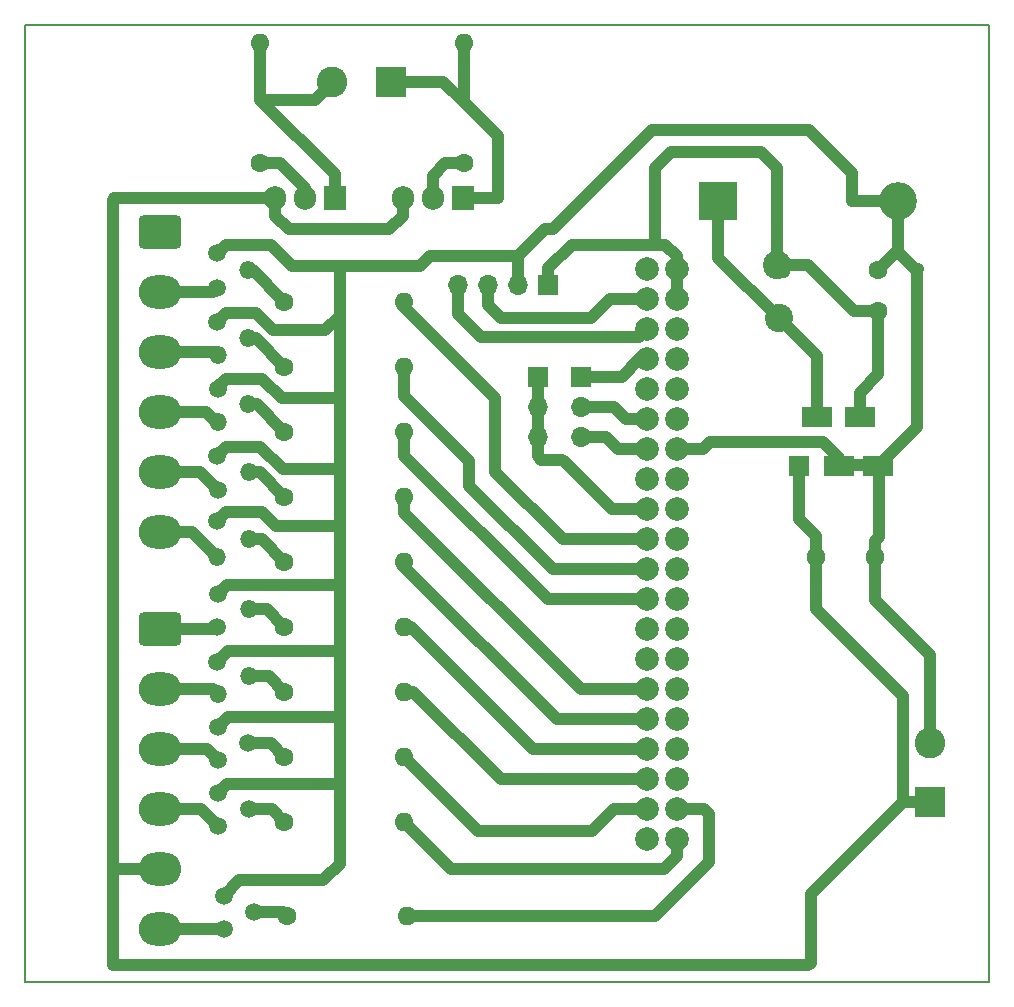
<source format=gbr>
%TF.GenerationSoftware,KiCad,Pcbnew,6.0.11-2627ca5db0~126~ubuntu20.04.1*%
%TF.CreationDate,2023-07-28T15:03:06-03:00*%
%TF.ProjectId,PEF2,50454632-2e6b-4696-9361-645f70636258,rev?*%
%TF.SameCoordinates,Original*%
%TF.FileFunction,Copper,L2,Bot*%
%TF.FilePolarity,Positive*%
%FSLAX46Y46*%
G04 Gerber Fmt 4.6, Leading zero omitted, Abs format (unit mm)*
G04 Created by KiCad (PCBNEW 6.0.11-2627ca5db0~126~ubuntu20.04.1) date 2023-07-28 15:03:06*
%MOMM*%
%LPD*%
G01*
G04 APERTURE LIST*
G04 Aperture macros list*
%AMRoundRect*
0 Rectangle with rounded corners*
0 $1 Rounding radius*
0 $2 $3 $4 $5 $6 $7 $8 $9 X,Y pos of 4 corners*
0 Add a 4 corners polygon primitive as box body*
4,1,4,$2,$3,$4,$5,$6,$7,$8,$9,$2,$3,0*
0 Add four circle primitives for the rounded corners*
1,1,$1+$1,$2,$3*
1,1,$1+$1,$4,$5*
1,1,$1+$1,$6,$7*
1,1,$1+$1,$8,$9*
0 Add four rect primitives between the rounded corners*
20,1,$1+$1,$2,$3,$4,$5,0*
20,1,$1+$1,$4,$5,$6,$7,0*
20,1,$1+$1,$6,$7,$8,$9,0*
20,1,$1+$1,$8,$9,$2,$3,0*%
G04 Aperture macros list end*
%TA.AperFunction,Profile*%
%ADD10C,0.200000*%
%TD*%
%TA.AperFunction,ComponentPad*%
%ADD11C,1.500000*%
%TD*%
%TA.AperFunction,ComponentPad*%
%ADD12O,1.500000X1.500000*%
%TD*%
%TA.AperFunction,ComponentPad*%
%ADD13R,1.700000X1.700000*%
%TD*%
%TA.AperFunction,ComponentPad*%
%ADD14O,1.700000X1.700000*%
%TD*%
%TA.AperFunction,ComponentPad*%
%ADD15C,1.600000*%
%TD*%
%TA.AperFunction,ComponentPad*%
%ADD16O,1.600000X1.600000*%
%TD*%
%TA.AperFunction,ComponentPad*%
%ADD17R,3.200000X3.200000*%
%TD*%
%TA.AperFunction,ComponentPad*%
%ADD18O,3.200000X3.200000*%
%TD*%
%TA.AperFunction,ComponentPad*%
%ADD19RoundRect,0.336538X-1.463462X1.063462X-1.463462X-1.063462X1.463462X-1.063462X1.463462X1.063462X0*%
%TD*%
%TA.AperFunction,ComponentPad*%
%ADD20O,3.600000X2.800000*%
%TD*%
%TA.AperFunction,ComponentPad*%
%ADD21C,2.400000*%
%TD*%
%TA.AperFunction,ComponentPad*%
%ADD22C,2.000000*%
%TD*%
%TA.AperFunction,ComponentPad*%
%ADD23R,2.600000X2.600000*%
%TD*%
%TA.AperFunction,ComponentPad*%
%ADD24C,2.600000*%
%TD*%
%TA.AperFunction,ComponentPad*%
%ADD25R,1.800000X1.800000*%
%TD*%
%TA.AperFunction,ComponentPad*%
%ADD26R,2.500000X1.800000*%
%TD*%
%TA.AperFunction,ComponentPad*%
%ADD27R,1.905000X2.000000*%
%TD*%
%TA.AperFunction,ComponentPad*%
%ADD28O,1.905000X2.000000*%
%TD*%
%TA.AperFunction,Conductor*%
%ADD29C,1.000000*%
%TD*%
G04 APERTURE END LIST*
D10*
X12400000Y-12400000D02*
X94000000Y-12400000D01*
X94000000Y-12400000D02*
X94000000Y-93400000D01*
X94000000Y-93400000D02*
X12400000Y-93400000D01*
X12400000Y-93400000D02*
X12400000Y-12400000D01*
D11*
%TO.P,Q3,1,E*%
%TO.N,GND*%
X28640000Y-48840000D03*
D12*
%TO.P,Q3,2,B*%
%TO.N,Net-(Q3-Pad2)*%
X31340000Y-50240000D03*
D11*
%TO.P,Q3,3,C*%
%TO.N,530*%
X28740000Y-51740000D03*
%TD*%
D13*
%TO.P,J3,1,Pin_1*%
%TO.N,3.3 V*%
X55795000Y-42200000D03*
D14*
%TO.P,J3,2,Pin_2*%
X55795000Y-44740000D03*
%TO.P,J3,3,Pin_3*%
X55795000Y-47280000D03*
%TD*%
D15*
%TO.P,R5,1*%
%TO.N,Net-(Q4-Pad2)*%
X34320000Y-74326250D03*
D16*
%TO.P,R5,2*%
%TO.N,37*%
X44480000Y-74326250D03*
%TD*%
D17*
%TO.P,D1,1,K*%
%TO.N,Net-(D1-Pad1)*%
X71040000Y-27270000D03*
D18*
%TO.P,D1,2,A*%
%TO.N,GND*%
X86280000Y-27270000D03*
%TD*%
D15*
%TO.P,R10,1*%
%TO.N,Net-(Q9-Pad2)*%
X34320000Y-63318750D03*
D16*
%TO.P,R10,2*%
%TO.N,33*%
X44480000Y-63318750D03*
%TD*%
D15*
%TO.P,C2,1*%
%TO.N,5 V*%
X84600000Y-36590000D03*
%TO.P,C2,2*%
%TO.N,GND*%
X84600000Y-33090000D03*
%TD*%
D19*
%TO.P,J2,1,Pin_1*%
%TO.N,530*%
X23777500Y-63500000D03*
D20*
%TO.P,J2,2,Pin_2*%
%TO.N,600*%
X23777500Y-68580000D03*
%TO.P,J2,3,Pin_3*%
%TO.N,660*%
X23777500Y-73660000D03*
%TO.P,J2,4,Pin_4*%
%TO.N,WA*%
X23777500Y-78740000D03*
%TO.P,J2,5,Pin_5*%
%TO.N,12V*%
X23777500Y-83820000D03*
%TO.P,J2,6,Pin_6*%
%TO.N,PUMP*%
X23777500Y-88900000D03*
%TD*%
D15*
%TO.P,R2,1*%
%TO.N,Net-(Q1-Pad2)*%
X34320000Y-68822500D03*
D16*
%TO.P,R2,2*%
%TO.N,35*%
X44480000Y-68822500D03*
%TD*%
D21*
%TO.P,L1,1,1*%
%TO.N,Net-(D1-Pad1)*%
X76170000Y-37210000D03*
%TO.P,L1,2,2*%
%TO.N,5 V*%
X76070000Y-32710000D03*
%TD*%
D15*
%TO.P,R3,1*%
%TO.N,Net-(Q2-Pad2)*%
X34320000Y-79830000D03*
D16*
%TO.P,R3,2*%
%TO.N,40*%
X44480000Y-79830000D03*
%TD*%
D11*
%TO.P,Q5,1,E*%
%TO.N,GND*%
X29200000Y-86120000D03*
%TO.P,Q5,2,B*%
%TO.N,Net-(Q5-Pad2)*%
X31800000Y-87520000D03*
%TO.P,Q5,3,C*%
%TO.N,PUMP*%
X29200000Y-88920000D03*
%TD*%
D22*
%TO.P,J7,1,Pin_1*%
%TO.N,3.3 V*%
X65000000Y-33075000D03*
%TO.P,J7,2,Pin_2*%
%TO.N,5 V*%
X67540000Y-33075000D03*
%TO.P,J7,3,Pin_3*%
%TO.N,SDA*%
X65000000Y-35615000D03*
%TO.P,J7,4,Pin_4*%
%TO.N,5 V*%
X67540000Y-35615000D03*
%TO.P,J7,5,Pin_5*%
%TO.N,SCL*%
X65000000Y-38155000D03*
%TO.P,J7,6,Pin_6*%
%TO.N,GND*%
X67540000Y-38155000D03*
%TO.P,J7,7,Pin_7*%
%TO.N,Accept B*%
X65000000Y-40695000D03*
%TO.P,J7,8,Pin_8*%
%TO.N,unconnected-(J7-Pad8)*%
X67540000Y-40695000D03*
%TO.P,J7,9,Pin_9*%
%TO.N,GND*%
X65000000Y-43235000D03*
%TO.P,J7,10,Pin_10*%
%TO.N,unconnected-(J7-Pad10)*%
X67540000Y-43235000D03*
%TO.P,J7,11,Pin_11*%
%TO.N,Change B*%
X65000000Y-45775000D03*
%TO.P,J7,12,Pin_12*%
%TO.N,unconnected-(J7-Pad12)*%
X67540000Y-45775000D03*
%TO.P,J7,13,Pin_13*%
%TO.N,Cancel B*%
X65000000Y-48315000D03*
%TO.P,J7,14,Pin_14*%
%TO.N,GND*%
X67540000Y-48315000D03*
%TO.P,J7,15,Pin_15*%
%TO.N,unconnected-(J7-Pad15)*%
X65000000Y-50855000D03*
%TO.P,J7,16,Pin_16*%
%TO.N,unconnected-(J7-Pad16)*%
X67540000Y-50855000D03*
%TO.P,J7,17,Pin_17*%
%TO.N,3.3 V*%
X65000000Y-53395000D03*
%TO.P,J7,18,Pin_18*%
%TO.N,unconnected-(J7-Pad18)*%
X67540000Y-53395000D03*
%TO.P,J7,19,Pin_19*%
%TO.N,19*%
X65000000Y-55935000D03*
%TO.P,J7,20,Pin_20*%
%TO.N,unconnected-(J7-Pad20)*%
X67540000Y-55935000D03*
%TO.P,J7,21,Pin_21*%
%TO.N,21*%
X65000000Y-58475000D03*
%TO.P,J7,22,Pin_22*%
%TO.N,unconnected-(J7-Pad22)*%
X67540000Y-58475000D03*
%TO.P,J7,23,Pin_23*%
%TO.N,23*%
X65000000Y-61015000D03*
%TO.P,J7,24,Pin_24*%
%TO.N,unconnected-(J7-Pad24)*%
X67540000Y-61015000D03*
%TO.P,J7,25,Pin_25*%
%TO.N,GND*%
X65000000Y-63555000D03*
%TO.P,J7,26,Pin_26*%
%TO.N,unconnected-(J7-Pad26)*%
X67540000Y-63555000D03*
%TO.P,J7,27,Pin_27*%
%TO.N,unconnected-(J7-Pad27)*%
X65000000Y-66095000D03*
%TO.P,J7,28,Pin_28*%
%TO.N,unconnected-(J7-Pad28)*%
X67540000Y-66095000D03*
%TO.P,J7,29,Pin_29*%
%TO.N,29*%
X65000000Y-68635000D03*
%TO.P,J7,30,Pin_30*%
%TO.N,GND*%
X67540000Y-68635000D03*
%TO.P,J7,31,Pin_31*%
%TO.N,31*%
X65000000Y-71175000D03*
%TO.P,J7,32,Pin_32*%
%TO.N,unconnected-(J7-Pad32)*%
X67540000Y-71175000D03*
%TO.P,J7,33,Pin_33*%
%TO.N,33*%
X65000000Y-73715000D03*
%TO.P,J7,34,Pin_34*%
%TO.N,GND*%
X67540000Y-73715000D03*
%TO.P,J7,35,Pin_35*%
%TO.N,35*%
X65000000Y-76255000D03*
%TO.P,J7,36,Pin_36*%
%TO.N,unconnected-(J7-Pad36)*%
X67540000Y-76255000D03*
%TO.P,J7,37,Pin_37*%
%TO.N,37*%
X65000000Y-78795000D03*
%TO.P,J7,38,Pin_38*%
%TO.N,38*%
X67540000Y-78795000D03*
%TO.P,J7,39,Pin_39*%
%TO.N,GND*%
X65000000Y-81335000D03*
%TO.P,J7,40,Pin_40*%
%TO.N,40*%
X67540000Y-81335000D03*
%TD*%
D15*
%TO.P,R9,1*%
%TO.N,Net-(Q8-Pad2)*%
X34320000Y-41303750D03*
D16*
%TO.P,R9,2*%
%TO.N,21*%
X44480000Y-41303750D03*
%TD*%
D15*
%TO.P,R7,1*%
%TO.N,Net-(Q6-Pad2)*%
X34320000Y-35800000D03*
D16*
%TO.P,R7,2*%
%TO.N,19*%
X44480000Y-35800000D03*
%TD*%
D23*
%TO.P,J6,1,Pin_1*%
%TO.N,12V*%
X89000000Y-78200000D03*
D24*
%TO.P,J6,2,Pin_2*%
%TO.N,GND*%
X89000000Y-73200000D03*
%TD*%
D11*
%TO.P,Q4,1,E*%
%TO.N,GND*%
X28740000Y-71830000D03*
%TO.P,Q4,2,B*%
%TO.N,Net-(Q4-Pad2)*%
X31240000Y-73200000D03*
%TO.P,Q4,3,C*%
%TO.N,WA*%
X28740000Y-74630000D03*
%TD*%
D25*
%TO.P,U2,1,VIN*%
%TO.N,12V*%
X77880000Y-49700000D03*
D26*
%TO.P,U2,2,OUT*%
%TO.N,Net-(D1-Pad1)*%
X79405000Y-45575000D03*
%TO.P,U2,3,GND*%
%TO.N,GND*%
X81280000Y-49700000D03*
%TO.P,U2,4,FB*%
%TO.N,5 V*%
X83030000Y-45575000D03*
%TO.P,U2,5,~{ON}/OFF*%
%TO.N,GND*%
X84630000Y-49700000D03*
%TD*%
D11*
%TO.P,Q2,1,E*%
%TO.N,GND*%
X28740000Y-77430000D03*
%TO.P,Q2,2,B*%
%TO.N,Net-(Q2-Pad2)*%
X31340000Y-78800000D03*
%TO.P,Q2,3,C*%
%TO.N,365*%
X28740000Y-80230000D03*
%TD*%
D19*
%TO.P,J1,1,Pin_1*%
%TO.N,unconnected-(J1-Pad1)*%
X23777500Y-29900000D03*
D20*
%TO.P,J1,2,Pin_2*%
%TO.N,280*%
X23777500Y-34980000D03*
%TO.P,J1,3,Pin_3*%
%TO.N,365*%
X23777500Y-40060000D03*
%TO.P,J1,4,Pin_4*%
%TO.N,395*%
X23777500Y-45140000D03*
%TO.P,J1,5,Pin_5*%
%TO.N,440*%
X23777500Y-50220000D03*
%TO.P,J1,6,Pin_6*%
%TO.N,470*%
X23777500Y-55300000D03*
%TD*%
D11*
%TO.P,Q6,1,E*%
%TO.N,GND*%
X28640000Y-31730000D03*
D12*
%TO.P,Q6,2,B*%
%TO.N,Net-(Q6-Pad2)*%
X31240000Y-33130000D03*
D11*
%TO.P,Q6,3,C*%
%TO.N,395*%
X28640000Y-34630000D03*
%TD*%
%TO.P,Q7,1,E*%
%TO.N,GND*%
X28640000Y-54400000D03*
D12*
%TO.P,Q7,2,B*%
%TO.N,Net-(Q7-Pad2)*%
X31340000Y-55900000D03*
%TO.P,Q7,3,C*%
%TO.N,600*%
X28640000Y-57400000D03*
%TD*%
D15*
%TO.P,R1,1*%
%TO.N,Net-(R1-Pad1)*%
X49500000Y-24100000D03*
D16*
%TO.P,R1,2*%
%TO.N,ADJ C*%
X49500000Y-13940000D03*
%TD*%
D23*
%TO.P,J8,1,Pin_1*%
%TO.N,ADJ C*%
X43400000Y-17195000D03*
D24*
%TO.P,J8,2,Pin_2*%
%TO.N,AdjUV280*%
X38400000Y-17195000D03*
%TD*%
D13*
%TO.P,J4,1,Pin_1*%
%TO.N,Accept B*%
X59475000Y-42200000D03*
D14*
%TO.P,J4,2,Pin_2*%
%TO.N,Change B*%
X59475000Y-44740000D03*
%TO.P,J4,3,Pin_3*%
%TO.N,Cancel B*%
X59475000Y-47280000D03*
%TD*%
D11*
%TO.P,Q1,1,E*%
%TO.N,GND*%
X28640000Y-66330000D03*
D12*
%TO.P,Q1,2,B*%
%TO.N,Net-(Q1-Pad2)*%
X31340000Y-67530000D03*
%TO.P,Q1,3,C*%
%TO.N,280*%
X28740000Y-69030000D03*
%TD*%
D11*
%TO.P,Q8,1,E*%
%TO.N,GND*%
X28640000Y-37500000D03*
D12*
%TO.P,Q8,2,B*%
%TO.N,Net-(Q8-Pad2)*%
X31240000Y-38900000D03*
%TO.P,Q8,3,C*%
%TO.N,440*%
X28740000Y-40300000D03*
%TD*%
D15*
%TO.P,R6,1*%
%TO.N,Net-(Q5-Pad2)*%
X34520000Y-87800000D03*
D16*
%TO.P,R6,2*%
%TO.N,38*%
X44680000Y-87800000D03*
%TD*%
D15*
%TO.P,R8,1*%
%TO.N,Net-(Q7-Pad2)*%
X34320000Y-57815000D03*
D16*
%TO.P,R8,2*%
%TO.N,31*%
X44480000Y-57815000D03*
%TD*%
D15*
%TO.P,R4,1*%
%TO.N,Net-(Q3-Pad2)*%
X34320000Y-52311250D03*
D16*
%TO.P,R4,2*%
%TO.N,29*%
X44480000Y-52311250D03*
%TD*%
D27*
%TO.P,U3,1,ADJ*%
%TO.N,AdjUV280*%
X38640000Y-27055000D03*
D28*
%TO.P,U3,2,VO*%
%TO.N,Net-(R12-Pad1)*%
X36100000Y-27055000D03*
%TO.P,U3,3,VI*%
%TO.N,12V*%
X33560000Y-27055000D03*
%TD*%
D15*
%TO.P,C1,1*%
%TO.N,12V*%
X79340000Y-57400000D03*
%TO.P,C1,2*%
%TO.N,GND*%
X84340000Y-57400000D03*
%TD*%
%TO.P,R12,1*%
%TO.N,Net-(R12-Pad1)*%
X32300000Y-24100000D03*
D16*
%TO.P,R12,2*%
%TO.N,AdjUV280*%
X32300000Y-13940000D03*
%TD*%
D11*
%TO.P,Q9,1,E*%
%TO.N,GND*%
X28740000Y-60560000D03*
D12*
%TO.P,Q9,2,B*%
%TO.N,Net-(Q9-Pad2)*%
X31340000Y-61860000D03*
D11*
%TO.P,Q9,3,C*%
%TO.N,660*%
X28640000Y-63360000D03*
%TD*%
D13*
%TO.P,J5,1,Pin_1*%
%TO.N,5 V*%
X56675000Y-34400000D03*
D14*
%TO.P,J5,2,Pin_2*%
%TO.N,GND*%
X54135000Y-34400000D03*
%TO.P,J5,3,Pin_3*%
%TO.N,SDA*%
X51595000Y-34400000D03*
%TO.P,J5,4,Pin_4*%
%TO.N,SCL*%
X49055000Y-34400000D03*
%TD*%
D15*
%TO.P,R11,1*%
%TO.N,Net-(Q10-Pad2)*%
X34320000Y-46807500D03*
D16*
%TO.P,R11,2*%
%TO.N,23*%
X44480000Y-46807500D03*
%TD*%
D11*
%TO.P,Q10,1,E*%
%TO.N,GND*%
X28740000Y-43170000D03*
D12*
%TO.P,Q10,2,B*%
%TO.N,Net-(Q10-Pad2)*%
X31240000Y-44470000D03*
%TO.P,Q10,3,C*%
%TO.N,470*%
X28740000Y-45970000D03*
%TD*%
D27*
%TO.P,U1,1,ADJ*%
%TO.N,ADJ C*%
X49440000Y-27055000D03*
D28*
%TO.P,U1,2,VO*%
%TO.N,Net-(R1-Pad1)*%
X46900000Y-27055000D03*
%TO.P,U1,3,VI*%
%TO.N,12V*%
X44360000Y-27055000D03*
%TD*%
D29*
%TO.N,12V*%
X44360000Y-28540000D02*
X44360000Y-27055000D01*
X33560000Y-27055000D02*
X33560000Y-28560000D01*
X86700000Y-78200000D02*
X89000000Y-78200000D01*
X19820000Y-83820000D02*
X19800000Y-83840000D01*
X33560000Y-28560000D02*
X34700000Y-29700000D01*
X19800000Y-83840000D02*
X19800000Y-92000000D01*
X19800000Y-27200000D02*
X19800000Y-83800000D01*
X86700000Y-69200000D02*
X79340000Y-61840000D01*
X78900000Y-86000000D02*
X86700000Y-78200000D01*
X78700000Y-92000000D02*
X78900000Y-91800000D01*
X79340000Y-61840000D02*
X79340000Y-57400000D01*
X79340000Y-55690000D02*
X79340000Y-57400000D01*
X77880000Y-54230000D02*
X79340000Y-55690000D01*
X19800000Y-83800000D02*
X19820000Y-83820000D01*
X77880000Y-49600000D02*
X77880000Y-54230000D01*
X43200000Y-29700000D02*
X44360000Y-28540000D01*
X34700000Y-29700000D02*
X43200000Y-29700000D01*
X33560000Y-27055000D02*
X19945000Y-27055000D01*
X86700000Y-78200000D02*
X86700000Y-69200000D01*
X19945000Y-27055000D02*
X19800000Y-27200000D01*
X78900000Y-91800000D02*
X78900000Y-86000000D01*
X19800000Y-92000000D02*
X78700000Y-92000000D01*
X19820000Y-83820000D02*
X23777500Y-83820000D01*
%TO.N,GND*%
X65450000Y-21290000D02*
X78770000Y-21290000D01*
X84340000Y-56100000D02*
X84680000Y-55760000D01*
X39000000Y-36000000D02*
X39000000Y-32800000D01*
X29490000Y-59810000D02*
X38990000Y-59810000D01*
X29390000Y-30980000D02*
X33180000Y-30980000D01*
X84340000Y-61040000D02*
X84340000Y-57400000D01*
X84680000Y-55760000D02*
X84680000Y-49600000D01*
X30520000Y-84800000D02*
X37600000Y-84800000D01*
X34149972Y-44000000D02*
X39000000Y-44000000D01*
X28640000Y-37500000D02*
X29390000Y-36750000D01*
X54135000Y-31940000D02*
X56375000Y-29700000D01*
X28640000Y-66330000D02*
X29570000Y-65400000D01*
X46660000Y-31940000D02*
X54135000Y-31940000D01*
X84340000Y-57400000D02*
X84340000Y-56100000D01*
X39000000Y-76800000D02*
X39000000Y-83400000D01*
X39000000Y-32800000D02*
X35000000Y-32800000D01*
X89000000Y-65700000D02*
X84340000Y-61040000D01*
X86280000Y-27270000D02*
X86280000Y-31610000D01*
X39000000Y-59800000D02*
X39000000Y-65400000D01*
X54135000Y-31940000D02*
X54135000Y-34400000D01*
X39000000Y-36000000D02*
X39000000Y-50000000D01*
X39000000Y-83400000D02*
X37800000Y-84600000D01*
X33180000Y-30980000D02*
X35000000Y-32800000D01*
X32469972Y-42320000D02*
X34149972Y-44000000D01*
X86280000Y-31610000D02*
X86080000Y-31610000D01*
X38880000Y-76680000D02*
X39000000Y-76800000D01*
X28740000Y-60560000D02*
X29490000Y-59810000D01*
X82410000Y-24930000D02*
X82410000Y-27270000D01*
X29570000Y-65400000D02*
X39000000Y-65400000D01*
X31950000Y-36750000D02*
X33400000Y-38200000D01*
X29390000Y-42320000D02*
X32469972Y-42320000D01*
X81280000Y-49600000D02*
X84680000Y-49600000D01*
X28640000Y-54400000D02*
X29390000Y-53650000D01*
X38990000Y-59810000D02*
X39000000Y-59800000D01*
X46660000Y-31940000D02*
X45800000Y-32800000D01*
X32290000Y-48090000D02*
X34200000Y-50000000D01*
X87880000Y-33210000D02*
X88010000Y-33080000D01*
X45800000Y-32800000D02*
X39000000Y-32800000D01*
X37800000Y-38200000D02*
X39000000Y-37000000D01*
X28740000Y-71830000D02*
X29570000Y-71000000D01*
X37600000Y-84800000D02*
X37800000Y-84600000D01*
X29570000Y-71000000D02*
X39000000Y-71000000D01*
X29200000Y-86120000D02*
X30520000Y-84800000D01*
X39000000Y-71000000D02*
X39000000Y-76800000D01*
X69755000Y-48315000D02*
X67540000Y-48315000D01*
X29390000Y-36750000D02*
X31950000Y-36750000D01*
X33600000Y-54800000D02*
X39000000Y-54800000D01*
X28640000Y-48840000D02*
X29390000Y-48090000D01*
X39000000Y-50000000D02*
X39000000Y-54800000D01*
X39000000Y-65400000D02*
X39000000Y-71000000D01*
X39000000Y-37000000D02*
X39000000Y-36000000D01*
X29390000Y-53650000D02*
X32450000Y-53650000D01*
X79970000Y-47730000D02*
X70340000Y-47730000D01*
X33400000Y-38200000D02*
X37800000Y-38200000D01*
X82410000Y-27270000D02*
X86280000Y-27270000D01*
X84680000Y-49600000D02*
X87880000Y-46400000D01*
X34200000Y-50000000D02*
X39000000Y-50000000D01*
X87880000Y-46400000D02*
X87880000Y-33210000D01*
X57040000Y-29700000D02*
X65450000Y-21290000D01*
X81280000Y-49700000D02*
X81280000Y-49040000D01*
X28740000Y-77430000D02*
X29490000Y-76680000D01*
X29390000Y-48090000D02*
X32290000Y-48090000D01*
X32450000Y-53650000D02*
X33600000Y-54800000D01*
X86280000Y-31610000D02*
X87880000Y-33210000D01*
X56375000Y-29700000D02*
X57040000Y-29700000D01*
X78770000Y-21290000D02*
X82410000Y-24930000D01*
X39000000Y-54800000D02*
X39000000Y-59800000D01*
X29490000Y-76680000D02*
X38880000Y-76680000D01*
X29390000Y-30980000D02*
X28640000Y-31730000D01*
X70340000Y-47730000D02*
X69755000Y-48315000D01*
X81280000Y-49040000D02*
X79970000Y-47730000D01*
X86080000Y-31610000D02*
X84600000Y-33090000D01*
X28640000Y-43070000D02*
X29390000Y-42320000D01*
X89000000Y-73200000D02*
X89000000Y-65700000D01*
%TO.N,Net-(D1-Pad1)*%
X71040000Y-32080000D02*
X71040000Y-27270000D01*
X79405000Y-45575000D02*
X79405000Y-40445000D01*
X76170000Y-37210000D02*
X71040000Y-32080000D01*
X79405000Y-40445000D02*
X76170000Y-37210000D01*
%TO.N,ADJ C*%
X47795000Y-17195000D02*
X43400000Y-17195000D01*
X49500000Y-13940000D02*
X49500000Y-18900000D01*
X52345000Y-27055000D02*
X49440000Y-27055000D01*
X49500000Y-18900000D02*
X52400000Y-21800000D01*
X52400000Y-21800000D02*
X52400000Y-27000000D01*
X49500000Y-18900000D02*
X47795000Y-17195000D01*
X52400000Y-27000000D02*
X52345000Y-27055000D01*
%TO.N,365*%
X23777500Y-40060000D02*
X28500000Y-40060000D01*
X28500000Y-40060000D02*
X28740000Y-40300000D01*
%TO.N,395*%
X27710000Y-45140000D02*
X28540000Y-45970000D01*
X23777500Y-45140000D02*
X27710000Y-45140000D01*
%TO.N,440*%
X23777500Y-50220000D02*
X27220000Y-50220000D01*
X28740000Y-51740000D02*
X27220000Y-50220000D01*
%TO.N,470*%
X26540000Y-55300000D02*
X28640000Y-57400000D01*
X23777500Y-55300000D02*
X26540000Y-55300000D01*
%TO.N,PUMP*%
X23777500Y-88900000D02*
X29180000Y-88900000D01*
X29180000Y-88900000D02*
X29200000Y-88920000D01*
%TO.N,WA*%
X23777500Y-78740000D02*
X27250000Y-78740000D01*
X23777500Y-73660000D02*
X27770000Y-73660000D01*
X27250000Y-78740000D02*
X28740000Y-80230000D01*
X27770000Y-73660000D02*
X28740000Y-74630000D01*
%TO.N,280*%
X23777500Y-68580000D02*
X28290000Y-68580000D01*
X23777500Y-34980000D02*
X28290000Y-34980000D01*
X28290000Y-34980000D02*
X28640000Y-34630000D01*
X28290000Y-68580000D02*
X28740000Y-69030000D01*
%TO.N,660*%
X23777500Y-63500000D02*
X28500000Y-63500000D01*
X28500000Y-63500000D02*
X28640000Y-63360000D01*
%TO.N,3.3 V*%
X55795000Y-44740000D02*
X55795000Y-47280000D01*
X55795000Y-42200000D02*
X55795000Y-44740000D01*
X62070000Y-53395000D02*
X58075000Y-49400000D01*
X65000000Y-53395000D02*
X62070000Y-53395000D01*
X55795000Y-48920000D02*
X56075000Y-49200000D01*
X57875000Y-49200000D02*
X56075000Y-49200000D01*
X58075000Y-49400000D02*
X57875000Y-49200000D01*
X55795000Y-47280000D02*
X55795000Y-48920000D01*
%TO.N,Accept B*%
X64380000Y-40695000D02*
X65000000Y-40695000D01*
X62875000Y-42200000D02*
X64380000Y-40695000D01*
X59475000Y-42200000D02*
X62875000Y-42200000D01*
%TO.N,Change B*%
X59475000Y-44740000D02*
X62215000Y-44740000D01*
X62215000Y-44740000D02*
X63250000Y-45775000D01*
X63250000Y-45775000D02*
X65000000Y-45775000D01*
%TO.N,Cancel B*%
X59475000Y-47280000D02*
X61555000Y-47280000D01*
X62590000Y-48315000D02*
X65000000Y-48315000D01*
X61555000Y-47280000D02*
X62590000Y-48315000D01*
%TO.N,5 V*%
X67100000Y-23130000D02*
X65700000Y-24530000D01*
X84600000Y-36590000D02*
X84600000Y-41960000D01*
X65700000Y-31000000D02*
X58675000Y-31000000D01*
X84600000Y-41960000D02*
X83030000Y-43530000D01*
X67540000Y-31940000D02*
X66600000Y-31000000D01*
X84600000Y-36590000D02*
X82540000Y-36590000D01*
X58675000Y-31000000D02*
X56675000Y-33000000D01*
X56675000Y-33000000D02*
X56675000Y-34400000D01*
X74720000Y-23130000D02*
X67100000Y-23130000D01*
X76070000Y-32710000D02*
X76070000Y-24480000D01*
X66600000Y-31000000D02*
X65700000Y-31000000D01*
X76070000Y-24480000D02*
X74720000Y-23130000D01*
X76620000Y-33260000D02*
X76070000Y-32710000D01*
X65700000Y-24530000D02*
X65700000Y-31000000D01*
X67540000Y-33075000D02*
X67540000Y-31940000D01*
X82540000Y-36590000D02*
X78660000Y-32710000D01*
X67540000Y-33075000D02*
X67540000Y-35615000D01*
X78660000Y-32710000D02*
X76070000Y-32710000D01*
X83030000Y-43530000D02*
X83030000Y-45575000D01*
%TO.N,SDA*%
X51595000Y-36120000D02*
X52675000Y-37200000D01*
X52675000Y-37200000D02*
X60275000Y-37200000D01*
X61860000Y-35615000D02*
X65000000Y-35615000D01*
X60275000Y-37200000D02*
X61860000Y-35615000D01*
X51595000Y-34400000D02*
X51595000Y-36120000D01*
%TO.N,SCL*%
X50992000Y-38800000D02*
X64355000Y-38800000D01*
X49055000Y-34400000D02*
X49055000Y-36863000D01*
X64355000Y-38800000D02*
X65000000Y-38155000D01*
X49055000Y-36863000D02*
X50992000Y-38800000D01*
%TO.N,19*%
X57935000Y-55935000D02*
X65000000Y-55935000D01*
X44480000Y-35800000D02*
X44480000Y-36225000D01*
X44480000Y-36225000D02*
X52200000Y-43945000D01*
X52200000Y-43945000D02*
X52200000Y-50200000D01*
X52200000Y-50200000D02*
X57935000Y-55935000D01*
%TO.N,21*%
X50000000Y-51400000D02*
X57075000Y-58475000D01*
X50000000Y-49300000D02*
X50000000Y-51400000D01*
X44480000Y-41303750D02*
X44480000Y-43780000D01*
X44480000Y-43780000D02*
X50000000Y-49300000D01*
X57075000Y-58475000D02*
X65000000Y-58475000D01*
%TO.N,23*%
X44480000Y-46807500D02*
X44480000Y-48880000D01*
X56615000Y-61015000D02*
X65000000Y-61015000D01*
X44480000Y-48880000D02*
X56615000Y-61015000D01*
%TO.N,29*%
X44480000Y-52311250D02*
X44480000Y-53680000D01*
X44480000Y-53680000D02*
X59435000Y-68635000D01*
X59435000Y-68635000D02*
X65000000Y-68635000D01*
%TO.N,31*%
X44480000Y-57815000D02*
X44480000Y-58280000D01*
X44480000Y-58280000D02*
X57375000Y-71175000D01*
X57375000Y-71175000D02*
X65000000Y-71175000D01*
%TO.N,33*%
X45018750Y-63318750D02*
X55415000Y-73715000D01*
X44480000Y-63318750D02*
X45018750Y-63318750D01*
X55415000Y-73715000D02*
X65000000Y-73715000D01*
%TO.N,35*%
X52655000Y-76255000D02*
X65000000Y-76255000D01*
X45222500Y-68822500D02*
X52655000Y-76255000D01*
X44480000Y-68822500D02*
X45222500Y-68822500D01*
%TO.N,37*%
X62205000Y-78795000D02*
X65000000Y-78795000D01*
X60400000Y-80600000D02*
X62205000Y-78795000D01*
X50753750Y-80600000D02*
X60400000Y-80600000D01*
X44480000Y-74326250D02*
X50753750Y-80600000D01*
%TO.N,40*%
X48470000Y-83820000D02*
X66455000Y-83820000D01*
X44480000Y-79830000D02*
X48470000Y-83820000D01*
X67540000Y-82735000D02*
X67540000Y-81335000D01*
X66455000Y-83820000D02*
X67540000Y-82735000D01*
%TO.N,Net-(Q1-Pad2)*%
X31340000Y-67530000D02*
X33027500Y-67530000D01*
X33027500Y-67530000D02*
X34320000Y-68822500D01*
%TO.N,Net-(Q2-Pad2)*%
X33290000Y-78800000D02*
X34320000Y-79830000D01*
X31340000Y-78800000D02*
X33290000Y-78800000D01*
%TO.N,Net-(Q3-Pad2)*%
X32248750Y-50240000D02*
X34320000Y-52311250D01*
X31340000Y-50240000D02*
X32248750Y-50240000D01*
%TO.N,Net-(Q4-Pad2)*%
X31240000Y-73200000D02*
X33193750Y-73200000D01*
X33193750Y-73200000D02*
X34320000Y-74326250D01*
%TO.N,Net-(Q5-Pad2)*%
X34240000Y-87520000D02*
X34520000Y-87800000D01*
X31800000Y-87520000D02*
X34240000Y-87520000D01*
%TO.N,Net-(Q6-Pad2)*%
X31650000Y-33130000D02*
X34320000Y-35800000D01*
X31240000Y-33130000D02*
X31650000Y-33130000D01*
%TO.N,Net-(Q7-Pad2)*%
X32405000Y-55900000D02*
X34320000Y-57815000D01*
X31340000Y-55900000D02*
X32405000Y-55900000D01*
%TO.N,Net-(Q8-Pad2)*%
X31916250Y-38900000D02*
X34320000Y-41303750D01*
X31240000Y-38900000D02*
X31916250Y-38900000D01*
%TO.N,Net-(Q9-Pad2)*%
X32861250Y-61860000D02*
X34320000Y-63318750D01*
X31340000Y-61860000D02*
X32861250Y-61860000D01*
%TO.N,Net-(Q10-Pad2)*%
X31240000Y-44470000D02*
X31982500Y-44470000D01*
X31982500Y-44470000D02*
X34320000Y-46807500D01*
%TO.N,Net-(R1-Pad1)*%
X47950000Y-24100000D02*
X49500000Y-24100000D01*
X46900000Y-27055000D02*
X46900000Y-25150000D01*
X46900000Y-25150000D02*
X47950000Y-24100000D01*
%TO.N,38*%
X44680000Y-87800000D02*
X65700000Y-87800000D01*
X69870000Y-78795000D02*
X67540000Y-78795000D01*
X70275000Y-83225000D02*
X70275000Y-79200000D01*
X65700000Y-87800000D02*
X70275000Y-83225000D01*
X70275000Y-79200000D02*
X69870000Y-78795000D01*
%TO.N,Net-(R12-Pad1)*%
X34000000Y-24100000D02*
X32300000Y-24100000D01*
X36100000Y-27055000D02*
X36100000Y-26200000D01*
X36100000Y-26200000D02*
X34000000Y-24100000D01*
%TO.N,AdjUV280*%
X32300000Y-18700000D02*
X38640000Y-25040000D01*
X38640000Y-25040000D02*
X38640000Y-27055000D01*
X32300000Y-18700000D02*
X36895000Y-18700000D01*
X36895000Y-18700000D02*
X38400000Y-17195000D01*
X32300000Y-13940000D02*
X32300000Y-18700000D01*
%TD*%
M02*

</source>
